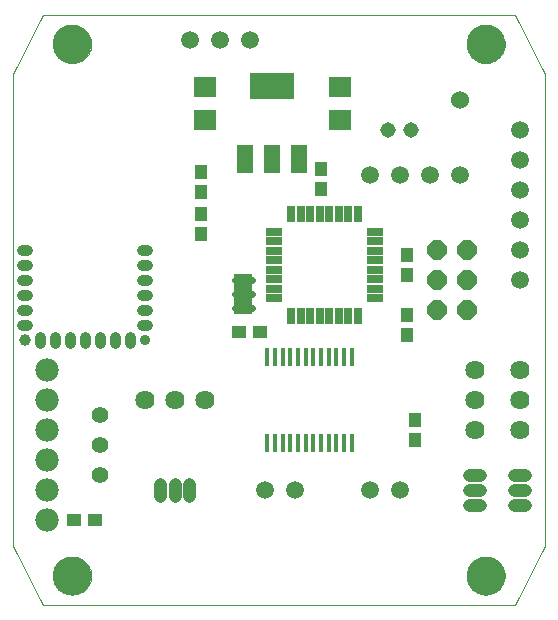
<source format=gts>
G75*
%MOIN*%
%OFA0B0*%
%FSLAX24Y24*%
%IPPOS*%
%LPD*%
%AMOC8*
5,1,8,0,0,1.08239X$1,22.5*
%
%ADD10C,0.0000*%
%ADD11C,0.1300*%
%ADD12R,0.0177X0.0590*%
%ADD13C,0.0600*%
%ADD14C,0.0594*%
%ADD15R,0.0520X0.0920*%
%ADD16R,0.1457X0.0906*%
%ADD17R,0.0749X0.0670*%
%ADD18R,0.0473X0.0434*%
%ADD19R,0.0434X0.0473*%
%ADD20R,0.0540X0.0260*%
%ADD21R,0.0260X0.0540*%
%ADD22C,0.0217*%
%ADD23R,0.0604X0.1376*%
%ADD24C,0.0355*%
%ADD25C,0.0394*%
%ADD26C,0.0355*%
%ADD27OC8,0.0640*%
%ADD28C,0.0640*%
%ADD29C,0.0437*%
%ADD30C,0.0516*%
%ADD31C,0.0780*%
%ADD32C,0.0555*%
D10*
X001510Y000307D02*
X000526Y002276D01*
X000526Y018024D01*
X001510Y019993D01*
X017258Y019993D01*
X018243Y018024D01*
X018243Y002276D01*
X017258Y000307D01*
X001510Y000307D01*
X001864Y001292D02*
X001866Y001342D01*
X001872Y001392D01*
X001882Y001441D01*
X001896Y001489D01*
X001913Y001536D01*
X001934Y001581D01*
X001959Y001625D01*
X001987Y001666D01*
X002019Y001705D01*
X002053Y001742D01*
X002090Y001776D01*
X002130Y001806D01*
X002172Y001833D01*
X002216Y001857D01*
X002262Y001878D01*
X002309Y001894D01*
X002357Y001907D01*
X002407Y001916D01*
X002456Y001921D01*
X002507Y001922D01*
X002557Y001919D01*
X002606Y001912D01*
X002655Y001901D01*
X002703Y001886D01*
X002749Y001868D01*
X002794Y001846D01*
X002837Y001820D01*
X002878Y001791D01*
X002917Y001759D01*
X002953Y001724D01*
X002985Y001686D01*
X003015Y001646D01*
X003042Y001603D01*
X003065Y001559D01*
X003084Y001513D01*
X003100Y001465D01*
X003112Y001416D01*
X003120Y001367D01*
X003124Y001317D01*
X003124Y001267D01*
X003120Y001217D01*
X003112Y001168D01*
X003100Y001119D01*
X003084Y001071D01*
X003065Y001025D01*
X003042Y000981D01*
X003015Y000938D01*
X002985Y000898D01*
X002953Y000860D01*
X002917Y000825D01*
X002878Y000793D01*
X002837Y000764D01*
X002794Y000738D01*
X002749Y000716D01*
X002703Y000698D01*
X002655Y000683D01*
X002606Y000672D01*
X002557Y000665D01*
X002507Y000662D01*
X002456Y000663D01*
X002407Y000668D01*
X002357Y000677D01*
X002309Y000690D01*
X002262Y000706D01*
X002216Y000727D01*
X002172Y000751D01*
X002130Y000778D01*
X002090Y000808D01*
X002053Y000842D01*
X002019Y000879D01*
X001987Y000918D01*
X001959Y000959D01*
X001934Y001003D01*
X001913Y001048D01*
X001896Y001095D01*
X001882Y001143D01*
X001872Y001192D01*
X001866Y001242D01*
X001864Y001292D01*
X015644Y001292D02*
X015646Y001342D01*
X015652Y001392D01*
X015662Y001441D01*
X015676Y001489D01*
X015693Y001536D01*
X015714Y001581D01*
X015739Y001625D01*
X015767Y001666D01*
X015799Y001705D01*
X015833Y001742D01*
X015870Y001776D01*
X015910Y001806D01*
X015952Y001833D01*
X015996Y001857D01*
X016042Y001878D01*
X016089Y001894D01*
X016137Y001907D01*
X016187Y001916D01*
X016236Y001921D01*
X016287Y001922D01*
X016337Y001919D01*
X016386Y001912D01*
X016435Y001901D01*
X016483Y001886D01*
X016529Y001868D01*
X016574Y001846D01*
X016617Y001820D01*
X016658Y001791D01*
X016697Y001759D01*
X016733Y001724D01*
X016765Y001686D01*
X016795Y001646D01*
X016822Y001603D01*
X016845Y001559D01*
X016864Y001513D01*
X016880Y001465D01*
X016892Y001416D01*
X016900Y001367D01*
X016904Y001317D01*
X016904Y001267D01*
X016900Y001217D01*
X016892Y001168D01*
X016880Y001119D01*
X016864Y001071D01*
X016845Y001025D01*
X016822Y000981D01*
X016795Y000938D01*
X016765Y000898D01*
X016733Y000860D01*
X016697Y000825D01*
X016658Y000793D01*
X016617Y000764D01*
X016574Y000738D01*
X016529Y000716D01*
X016483Y000698D01*
X016435Y000683D01*
X016386Y000672D01*
X016337Y000665D01*
X016287Y000662D01*
X016236Y000663D01*
X016187Y000668D01*
X016137Y000677D01*
X016089Y000690D01*
X016042Y000706D01*
X015996Y000727D01*
X015952Y000751D01*
X015910Y000778D01*
X015870Y000808D01*
X015833Y000842D01*
X015799Y000879D01*
X015767Y000918D01*
X015739Y000959D01*
X015714Y001003D01*
X015693Y001048D01*
X015676Y001095D01*
X015662Y001143D01*
X015652Y001192D01*
X015646Y001242D01*
X015644Y001292D01*
X015644Y019008D02*
X015646Y019058D01*
X015652Y019108D01*
X015662Y019157D01*
X015676Y019205D01*
X015693Y019252D01*
X015714Y019297D01*
X015739Y019341D01*
X015767Y019382D01*
X015799Y019421D01*
X015833Y019458D01*
X015870Y019492D01*
X015910Y019522D01*
X015952Y019549D01*
X015996Y019573D01*
X016042Y019594D01*
X016089Y019610D01*
X016137Y019623D01*
X016187Y019632D01*
X016236Y019637D01*
X016287Y019638D01*
X016337Y019635D01*
X016386Y019628D01*
X016435Y019617D01*
X016483Y019602D01*
X016529Y019584D01*
X016574Y019562D01*
X016617Y019536D01*
X016658Y019507D01*
X016697Y019475D01*
X016733Y019440D01*
X016765Y019402D01*
X016795Y019362D01*
X016822Y019319D01*
X016845Y019275D01*
X016864Y019229D01*
X016880Y019181D01*
X016892Y019132D01*
X016900Y019083D01*
X016904Y019033D01*
X016904Y018983D01*
X016900Y018933D01*
X016892Y018884D01*
X016880Y018835D01*
X016864Y018787D01*
X016845Y018741D01*
X016822Y018697D01*
X016795Y018654D01*
X016765Y018614D01*
X016733Y018576D01*
X016697Y018541D01*
X016658Y018509D01*
X016617Y018480D01*
X016574Y018454D01*
X016529Y018432D01*
X016483Y018414D01*
X016435Y018399D01*
X016386Y018388D01*
X016337Y018381D01*
X016287Y018378D01*
X016236Y018379D01*
X016187Y018384D01*
X016137Y018393D01*
X016089Y018406D01*
X016042Y018422D01*
X015996Y018443D01*
X015952Y018467D01*
X015910Y018494D01*
X015870Y018524D01*
X015833Y018558D01*
X015799Y018595D01*
X015767Y018634D01*
X015739Y018675D01*
X015714Y018719D01*
X015693Y018764D01*
X015676Y018811D01*
X015662Y018859D01*
X015652Y018908D01*
X015646Y018958D01*
X015644Y019008D01*
X001864Y019008D02*
X001866Y019058D01*
X001872Y019108D01*
X001882Y019157D01*
X001896Y019205D01*
X001913Y019252D01*
X001934Y019297D01*
X001959Y019341D01*
X001987Y019382D01*
X002019Y019421D01*
X002053Y019458D01*
X002090Y019492D01*
X002130Y019522D01*
X002172Y019549D01*
X002216Y019573D01*
X002262Y019594D01*
X002309Y019610D01*
X002357Y019623D01*
X002407Y019632D01*
X002456Y019637D01*
X002507Y019638D01*
X002557Y019635D01*
X002606Y019628D01*
X002655Y019617D01*
X002703Y019602D01*
X002749Y019584D01*
X002794Y019562D01*
X002837Y019536D01*
X002878Y019507D01*
X002917Y019475D01*
X002953Y019440D01*
X002985Y019402D01*
X003015Y019362D01*
X003042Y019319D01*
X003065Y019275D01*
X003084Y019229D01*
X003100Y019181D01*
X003112Y019132D01*
X003120Y019083D01*
X003124Y019033D01*
X003124Y018983D01*
X003120Y018933D01*
X003112Y018884D01*
X003100Y018835D01*
X003084Y018787D01*
X003065Y018741D01*
X003042Y018697D01*
X003015Y018654D01*
X002985Y018614D01*
X002953Y018576D01*
X002917Y018541D01*
X002878Y018509D01*
X002837Y018480D01*
X002794Y018454D01*
X002749Y018432D01*
X002703Y018414D01*
X002655Y018399D01*
X002606Y018388D01*
X002557Y018381D01*
X002507Y018378D01*
X002456Y018379D01*
X002407Y018384D01*
X002357Y018393D01*
X002309Y018406D01*
X002262Y018422D01*
X002216Y018443D01*
X002172Y018467D01*
X002130Y018494D01*
X002090Y018524D01*
X002053Y018558D01*
X002019Y018595D01*
X001987Y018634D01*
X001959Y018675D01*
X001934Y018719D01*
X001913Y018764D01*
X001896Y018811D01*
X001882Y018859D01*
X001872Y018908D01*
X001866Y018958D01*
X001864Y019008D01*
D11*
X002494Y019008D03*
X016274Y019008D03*
X016274Y001292D03*
X002494Y001292D03*
D12*
X008993Y005711D03*
X009248Y005711D03*
X009504Y005711D03*
X009760Y005711D03*
X010016Y005711D03*
X010272Y005711D03*
X010528Y005711D03*
X010784Y005711D03*
X011040Y005711D03*
X011296Y005711D03*
X011552Y005711D03*
X011807Y005711D03*
X011807Y008589D03*
X011552Y008589D03*
X011296Y008589D03*
X011040Y008589D03*
X010784Y008589D03*
X010528Y008589D03*
X010272Y008589D03*
X010016Y008589D03*
X009760Y008589D03*
X009504Y008589D03*
X009248Y008589D03*
X008993Y008589D03*
D13*
X015400Y017150D03*
D14*
X017400Y016150D03*
X017400Y015150D03*
X017400Y014150D03*
X017400Y013150D03*
X017400Y012150D03*
X017400Y011150D03*
X015400Y014650D03*
X014400Y014650D03*
X013400Y014650D03*
X012400Y014650D03*
X008400Y019150D03*
X007400Y019150D03*
X006400Y019150D03*
X008900Y004150D03*
X009900Y004150D03*
X012400Y004150D03*
X013400Y004150D03*
D15*
X010060Y015180D03*
X009150Y015180D03*
X008240Y015180D03*
D16*
X009150Y017620D03*
D17*
X006900Y017576D03*
X006900Y016474D03*
X011400Y016474D03*
X011400Y017576D03*
D18*
X008735Y009400D03*
X008065Y009400D03*
X003235Y003150D03*
X002565Y003150D03*
D19*
X006775Y012690D03*
X006775Y013360D03*
X006775Y014065D03*
X006775Y014735D03*
X010775Y014860D03*
X010775Y014190D03*
X013650Y011985D03*
X013650Y011315D03*
X013650Y009985D03*
X013650Y009315D03*
X013900Y006485D03*
X013900Y005815D03*
D20*
X012590Y010548D03*
X012590Y010863D03*
X012590Y011178D03*
X012590Y011493D03*
X012590Y011807D03*
X012590Y012122D03*
X012590Y012437D03*
X012590Y012752D03*
X009210Y012752D03*
X009210Y012437D03*
X009210Y012122D03*
X009210Y011807D03*
X009210Y011493D03*
X009210Y011178D03*
X009210Y010863D03*
X009210Y010548D03*
D21*
X009798Y009960D03*
X010113Y009960D03*
X010428Y009960D03*
X010743Y009960D03*
X011057Y009960D03*
X011372Y009960D03*
X011687Y009960D03*
X012002Y009960D03*
X012002Y013340D03*
X011687Y013340D03*
X011372Y013340D03*
X011057Y013340D03*
X010743Y013340D03*
X010428Y013340D03*
X010113Y013340D03*
X009798Y013340D03*
D22*
X007913Y011162D02*
X007913Y011162D01*
X008487Y011162D01*
X008487Y011162D01*
X007913Y011162D01*
X007913Y010689D02*
X007913Y010689D01*
X008487Y010689D01*
X008487Y010689D01*
X007913Y010689D01*
X007913Y010217D02*
X007913Y010217D01*
X008487Y010217D01*
X008487Y010217D01*
X007913Y010217D01*
D23*
X008199Y010690D03*
D24*
X004993Y010650D02*
X004807Y010650D01*
X004807Y010650D01*
X004993Y010650D01*
X004993Y010650D01*
X004993Y010150D02*
X004807Y010150D01*
X004807Y010150D01*
X004993Y010150D01*
X004993Y010150D01*
X004993Y009650D02*
X004807Y009650D01*
X004807Y009650D01*
X004993Y009650D01*
X004993Y009650D01*
X004400Y009243D02*
X004400Y009057D01*
X004400Y009057D01*
X004400Y009243D01*
X004400Y009243D01*
X003900Y009243D02*
X003900Y009057D01*
X003900Y009057D01*
X003900Y009243D01*
X003900Y009243D01*
X003400Y009243D02*
X003400Y009057D01*
X003400Y009057D01*
X003400Y009243D01*
X003400Y009243D01*
X002900Y009243D02*
X002900Y009057D01*
X002900Y009057D01*
X002900Y009243D01*
X002900Y009243D01*
X002400Y009243D02*
X002400Y009057D01*
X002400Y009057D01*
X002400Y009243D01*
X002400Y009243D01*
X001900Y009243D02*
X001900Y009057D01*
X001900Y009057D01*
X001900Y009243D01*
X001900Y009243D01*
X001400Y009243D02*
X001400Y009057D01*
X001400Y009057D01*
X001400Y009243D01*
X001400Y009243D01*
X000993Y009650D02*
X000807Y009650D01*
X000807Y009650D01*
X000993Y009650D01*
X000993Y009650D01*
X000993Y010150D02*
X000807Y010150D01*
X000807Y010150D01*
X000993Y010150D01*
X000993Y010150D01*
X000993Y010650D02*
X000807Y010650D01*
X000807Y010650D01*
X000993Y010650D01*
X000993Y010650D01*
X000993Y011150D02*
X000807Y011150D01*
X000807Y011150D01*
X000993Y011150D01*
X000993Y011150D01*
X000993Y011650D02*
X000807Y011650D01*
X000807Y011650D01*
X000993Y011650D01*
X000993Y011650D01*
X000993Y012150D02*
X000807Y012150D01*
X000807Y012150D01*
X000993Y012150D01*
X000993Y012150D01*
X004807Y012150D02*
X004993Y012150D01*
X004807Y012150D02*
X004807Y012150D01*
X004993Y012150D01*
X004993Y012150D01*
X004993Y011650D02*
X004807Y011650D01*
X004807Y011650D01*
X004993Y011650D01*
X004993Y011650D01*
X004993Y011150D02*
X004807Y011150D01*
X004807Y011150D01*
X004993Y011150D01*
X004993Y011150D01*
D25*
X000900Y009150D03*
D26*
X004900Y009150D03*
D27*
X014650Y010150D03*
X014650Y011150D03*
X014650Y012150D03*
X015650Y012150D03*
X015650Y011150D03*
X015650Y010150D03*
D28*
X015900Y008150D03*
X015900Y007150D03*
X015900Y006150D03*
X017400Y006150D03*
X017400Y007150D03*
X017400Y008150D03*
X006900Y007150D03*
X005900Y007150D03*
X004900Y007150D03*
D29*
X005400Y004348D02*
X005400Y003952D01*
X005900Y003952D02*
X005900Y004348D01*
X006392Y004348D02*
X006392Y003952D01*
X015702Y004150D02*
X016098Y004150D01*
X016098Y004642D02*
X015702Y004642D01*
X015702Y003650D02*
X016098Y003650D01*
X017202Y003650D02*
X017598Y003650D01*
X017598Y004150D02*
X017202Y004150D01*
X017202Y004642D02*
X017598Y004642D01*
D30*
X013794Y016150D03*
X013006Y016150D03*
D31*
X001650Y008150D03*
X001650Y007150D03*
X001650Y006150D03*
X001650Y005150D03*
X001650Y004150D03*
X001650Y003150D03*
D32*
X003400Y004650D03*
X003400Y005650D03*
X003400Y006650D03*
M02*

</source>
